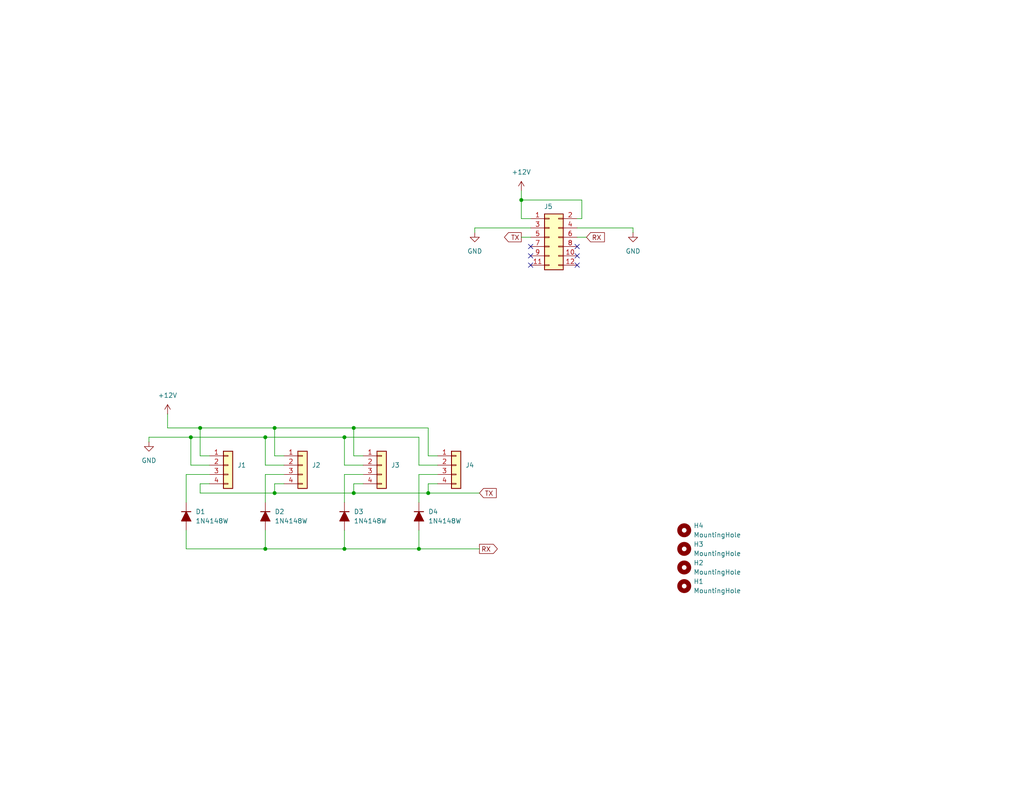
<source format=kicad_sch>
(kicad_sch (version 20250114) (generator "eeschema") (generator_version "9.0")
  (paper "A")
  (title_block (title "Serial Model Railroad Control") (date "2025-03-24") (rev "n/c") (company "DMFE") (comment 1 "Packet Serial Interface"))
  (lib_symbols
    (symbol "Connector_Generic:Conn_01x04" (pin_names (offset 1.016) (hide yes))
      (property "Reference" "J" (at 0 5.08 0))
      (property "Value" "Conn_01x04" (at 0 -7.62 0))
      (symbol "Conn_01x04_1_1"
        (rectangle (start -1.27 3.81) (end 1.27 -6.35) (stroke (width 0.254)) (fill (type background)))
        (rectangle (start -1.27 2.667) (end 0 2.413) (stroke (width 0.1524)))
        (rectangle (start -1.27 0.127) (end 0 -0.127) (stroke (width 0.1524)))
        (rectangle (start -1.27 -2.413) (end 0 -2.667) (stroke (width 0.1524)))
        (rectangle (start -1.27 -4.953) (end 0 -5.207) (stroke (width 0.1524)))
        (pin passive line (at -5.08 2.54 0) (length 3.81) (name "Pin_1") (number "1"))
        (pin passive line (at -5.08 0 0) (length 3.81) (name "Pin_2") (number "2"))
        (pin passive line (at -5.08 -2.54 0) (length 3.81) (name "Pin_3") (number "3"))
        (pin passive line (at -5.08 -5.08 0) (length 3.81) (name "Pin_4") (number "4"))
      )
    )
    (symbol "Connector_Generic:Conn_02x06_Odd_Even" (pin_names (offset 1.016) (hide yes))
      (property "Reference" "J" (at 1.27 7.62 0))
      (property "Value" "Conn_02x06_Odd_Even" (at 1.27 -10.16 0))
      (symbol "Conn_02x06_Odd_Even_1_1"
        (rectangle (start -1.27 6.35) (end 3.81 -8.89) (stroke (width 0.254)) (fill (type background)))
        (rectangle (start -1.27 5.207) (end 0 4.953) (stroke (width 0.1524)))
        (rectangle (start -1.27 2.667) (end 0 2.413) (stroke (width 0.1524)))
        (rectangle (start -1.27 0.127) (end 0 -0.127) (stroke (width 0.1524)))
        (rectangle (start -1.27 -2.413) (end 0 -2.667) (stroke (width 0.1524)))
        (rectangle (start -1.27 -4.953) (end 0 -5.207) (stroke (width 0.1524)))
        (rectangle (start -1.27 -7.493) (end 0 -7.747) (stroke (width 0.1524)))
        (rectangle (start 3.81 5.207) (end 2.54 4.953) (stroke (width 0.1524)))
        (rectangle (start 3.81 2.667) (end 2.54 2.413) (stroke (width 0.1524)))
        (rectangle (start 3.81 0.127) (end 2.54 -0.127) (stroke (width 0.1524)))
        (rectangle (start 3.81 -2.413) (end 2.54 -2.667) (stroke (width 0.1524)))
        (rectangle (start 3.81 -4.953) (end 2.54 -5.207) (stroke (width 0.1524)))
        (rectangle (start 3.81 -7.493) (end 2.54 -7.747) (stroke (width 0.1524)))
        (pin passive line (at -5.08 5.08 0) (length 3.81) (name "Pin_1") (number "1"))
        (pin passive line (at -5.08 2.54 0) (length 3.81) (name "Pin_3") (number "3"))
        (pin passive line (at -5.08 0 0) (length 3.81) (name "Pin_5") (number "5"))
        (pin passive line (at -5.08 -2.54 0) (length 3.81) (name "Pin_7") (number "7"))
        (pin passive line (at -5.08 -5.08 0) (length 3.81) (name "Pin_9") (number "9"))
        (pin passive line (at -5.08 -7.62 0) (length 3.81) (name "Pin_11") (number "11"))
        (pin passive line (at 7.62 5.08 180) (length 3.81) (name "Pin_2") (number "2"))
        (pin passive line (at 7.62 2.54 180) (length 3.81) (name "Pin_4") (number "4"))
        (pin passive line (at 7.62 0 180) (length 3.81) (name "Pin_6") (number "6"))
        (pin passive line (at 7.62 -2.54 180) (length 3.81) (name "Pin_8") (number "8"))
        (pin passive line (at 7.62 -5.08 180) (length 3.81) (name "Pin_10") (number "10"))
        (pin passive line (at 7.62 -7.62 180) (length 3.81) (name "Pin_12") (number "12"))
      )
    )
    (symbol "Device:D_Filled" (pin_numbers (hide yes)) (pin_names (offset 1.016) (hide yes))
      (property "Reference" "D" (at 0 2.54 0))
      (property "Value" "D_Filled" (at 0 -2.54 0))
      (symbol "D_Filled_0_1"
        (polyline (pts (xy -1.27 1.27) (xy -1.27 -1.27)) (stroke (width 0.254)))
        (polyline (pts (xy 1.27 1.27) (xy 1.27 -1.27) (xy -1.27 0) (xy 1.27 1.27)) (stroke (width 0.254)) (fill (type outline)))
        (polyline (pts (xy 1.27 0) (xy -1.27 0)))
      )
      (symbol "D_Filled_1_1"
        (pin passive line (at -3.81 0 0) (length 2.54) (name "K") (number "1"))
        (pin passive line (at 3.81 0 180) (length 2.54) (name "A") (number "2"))
      )
    )
    (symbol "Mechanical:MountingHole" (pin_names (offset 1.016)) (exclude_from_sim yes) (in_bom no)
      (property "Reference" "H" (at 0 5.08 0))
      (property "Value" "MountingHole" (at 0 3.175 0))
      (symbol "MountingHole_0_1"
        (circle (center 0 0) (radius 1.27) (stroke (width 1.27)))
      )
    )
    (symbol "power:+12V" (power) (pin_numbers (hide yes)) (pin_names (offset 0) (hide yes))
      (property "Value" "+12V" (at 0 3.556 0))
      (symbol "+12V_0_1"
        (polyline (pts (xy -0.762 1.27) (xy 0 2.54)))
        (polyline (pts (xy 0 2.54) (xy 0.762 1.27)))
        (polyline (pts (xy 0 0) (xy 0 2.54)))
      )
      (symbol "+12V_1_1"
        (pin power_in line (at 0 0 90) (length 0) (name "~") (number "1"))
      )
    )
    (symbol "power:GND" (power) (pin_numbers (hide yes)) (pin_names (offset 0) (hide yes))
      (property "Value" "GND" (at 0 -3.81 0))
      (symbol "GND_0_1"
        (polyline (pts (xy 0 0) (xy 0 -1.27) (xy 1.27 -1.27) (xy 0 -2.54) (xy -1.27 -1.27) (xy 0 -1.27)))
      )
      (symbol "GND_1_1"
        (pin power_in line (at 0 0 270) (length 0) (name "~") (number "1"))
      )
    )
  )
  (junction (at 142.24 54.61))
  (junction (at 52.07 119.38))
  (junction (at 74.93 116.84))
  (junction (at 54.61 116.84))
  (junction (at 93.98 149.86))
  (junction (at 96.52 116.84))
  (junction (at 116.84 134.62))
  (junction (at 93.98 119.38))
  (junction (at 72.39 149.86))
  (junction (at 72.39 119.38))
  (junction (at 114.3 149.86))
  (junction (at 96.52 134.62))
  (junction (at 74.93 134.62))
  (no_connect (at 157.48 69.85))
  (no_connect (at 144.78 72.39))
  (no_connect (at 144.78 69.85))
  (no_connect (at 144.78 67.31))
  (no_connect (at 157.48 72.39))
  (no_connect (at 157.48 67.31))
  (wire (pts (xy 93.98 119.38) (xy 114.3 119.38)))
  (wire (pts (xy 158.75 54.61) (xy 142.24 54.61)))
  (wire (pts (xy 40.64 120.65) (xy 40.64 119.38)))
  (wire (pts (xy 57.15 124.46) (xy 54.61 124.46)))
  (wire (pts (xy 96.52 116.84) (xy 116.84 116.84)))
  (wire (pts (xy 99.06 127) (xy 93.98 127)))
  (wire (pts (xy 93.98 144.78) (xy 93.98 149.86)))
  (wire (pts (xy 74.93 116.84) (xy 96.52 116.84)))
  (wire (pts (xy 157.48 64.77) (xy 160.02 64.77)))
  (wire (pts (xy 114.3 127) (xy 119.38 127)))
  (wire (pts (xy 74.93 134.62) (xy 96.52 134.62)))
  (wire (pts (xy 96.52 134.62) (xy 116.84 134.62)))
  (wire (pts (xy 72.39 149.86) (xy 50.8 149.86)))
  (wire (pts (xy 57.15 127) (xy 52.07 127)))
  (wire (pts (xy 119.38 129.54) (xy 114.3 129.54)))
  (wire (pts (xy 72.39 144.78) (xy 72.39 149.86)))
  (wire (pts (xy 172.72 63.5) (xy 172.72 62.23)))
  (wire (pts (xy 142.24 54.61) (xy 142.24 59.69)))
  (wire (pts (xy 129.54 63.5) (xy 129.54 62.23)))
  (wire (pts (xy 129.54 62.23) (xy 144.78 62.23)))
  (wire (pts (xy 72.39 127) (xy 72.39 119.38)))
  (wire (pts (xy 142.24 52.07) (xy 142.24 54.61)))
  (wire (pts (xy 52.07 127) (xy 52.07 119.38)))
  (wire (pts (xy 77.47 129.54) (xy 72.39 129.54)))
  (wire (pts (xy 54.61 124.46) (xy 54.61 116.84)))
  (wire (pts (xy 77.47 124.46) (xy 74.93 124.46)))
  (wire (pts (xy 40.64 119.38) (xy 52.07 119.38)))
  (wire (pts (xy 130.81 149.86) (xy 114.3 149.86)))
  (wire (pts (xy 99.06 124.46) (xy 96.52 124.46)))
  (wire (pts (xy 74.93 124.46) (xy 74.93 116.84)))
  (wire (pts (xy 99.06 132.08) (xy 96.52 132.08)))
  (wire (pts (xy 45.72 116.84) (xy 54.61 116.84)))
  (wire (pts (xy 77.47 132.08) (xy 74.93 132.08)))
  (wire (pts (xy 116.84 132.08) (xy 116.84 134.62)))
  (wire (pts (xy 77.47 127) (xy 72.39 127)))
  (wire (pts (xy 50.8 129.54) (xy 50.8 137.16)))
  (wire (pts (xy 57.15 129.54) (xy 50.8 129.54)))
  (wire (pts (xy 93.98 149.86) (xy 72.39 149.86)))
  (wire (pts (xy 54.61 134.62) (xy 74.93 134.62)))
  (wire (pts (xy 93.98 127) (xy 93.98 119.38)))
  (wire (pts (xy 116.84 134.62) (xy 130.81 134.62)))
  (wire (pts (xy 142.24 59.69) (xy 144.78 59.69)))
  (wire (pts (xy 114.3 119.38) (xy 114.3 127)))
  (wire (pts (xy 72.39 129.54) (xy 72.39 137.16)))
  (wire (pts (xy 114.3 129.54) (xy 114.3 137.16)))
  (wire (pts (xy 96.52 124.46) (xy 96.52 116.84)))
  (wire (pts (xy 119.38 132.08) (xy 116.84 132.08)))
  (wire (pts (xy 45.72 113.03) (xy 45.72 116.84)))
  (wire (pts (xy 93.98 129.54) (xy 93.98 137.16)))
  (wire (pts (xy 172.72 62.23) (xy 157.48 62.23)))
  (wire (pts (xy 72.39 119.38) (xy 93.98 119.38)))
  (wire (pts (xy 116.84 116.84) (xy 116.84 124.46)))
  (wire (pts (xy 50.8 149.86) (xy 50.8 144.78)))
  (wire (pts (xy 114.3 144.78) (xy 114.3 149.86)))
  (wire (pts (xy 114.3 149.86) (xy 93.98 149.86)))
  (wire (pts (xy 54.61 132.08) (xy 57.15 132.08)))
  (wire (pts (xy 157.48 59.69) (xy 158.75 59.69)))
  (wire (pts (xy 96.52 132.08) (xy 96.52 134.62)))
  (wire (pts (xy 99.06 129.54) (xy 93.98 129.54)))
  (wire (pts (xy 116.84 124.46) (xy 119.38 124.46)))
  (wire (pts (xy 52.07 119.38) (xy 72.39 119.38)))
  (wire (pts (xy 74.93 132.08) (xy 74.93 134.62)))
  (wire (pts (xy 54.61 116.84) (xy 74.93 116.84)))
  (wire (pts (xy 142.24 64.77) (xy 144.78 64.77)))
  (wire (pts (xy 54.61 134.62) (xy 54.61 132.08)))
  (wire (pts (xy 158.75 59.69) (xy 158.75 54.61)))
  (global_label "RX" (shape input) (at 160.02 64.77 0) (property "Intersheetrefs" "${INTERSHEET_REFS}" (effects (hide yes))))
  (global_label "TX" (shape input) (at 130.81 134.62 0) (property "Intersheetrefs" "${INTERSHEET_REFS}" (effects (hide yes))))
  (global_label "RX" (shape output) (at 130.81 149.86 0) (property "Intersheetrefs" "${INTERSHEET_REFS}" (effects (hide yes))))
  (global_label "TX" (shape output) (at 142.24 64.77 180) (property "Intersheetrefs" "${INTERSHEET_REFS}" (effects (hide yes))))
  (symbol (lib_id "Connector_Generic:Conn_01x04") (at 82.55 127 0) (unit 1)
    (property "Reference" "J2" (at 85.09 126.9999 0) (effects (justify left)))
    (property "Value" "Conn_01x04" (effects (hide yes)))
    (property "Footprint" "Connector_PinHeader_2.54mm:PinHeader_1x04_P2.54mm_Horizontal" (effects (hide yes)))
    (property "Description" "Generic connector, single row, 01x04, script generated (kicad-library-utils/schlib/autogen/connector/)" (effects (hide yes)))
  )
  (symbol (lib_id "power:GND") (at 40.64 120.65 0) (unit 1)
    (property "Reference" "#PWR02" (effects (hide yes)))
    (property "Value" "GND" (at 40.64 125.73 0))
    (property "Description" "Power symbol creates a global label with name \"GND\" , ground" (effects (hide yes)))
  )
  (symbol (lib_id "Connector_Generic:Conn_01x04") (at 62.23 127 0) (unit 1)
    (property "Reference" "J1" (at 64.77 126.9999 0) (effects (justify left)))
    (property "Value" "Conn_01x04" (effects (hide yes)))
    (property "Footprint" "Connector_PinHeader_2.54mm:PinHeader_1x04_P2.54mm_Horizontal" (effects (hide yes)))
    (property "Description" "Generic connector, single row, 01x04, script generated (kicad-library-utils/schlib/autogen/connector/)" (effects (hide yes)))
  )
  (symbol (lib_id "Connector_Generic:Conn_01x04") (at 124.46 127 0) (unit 1)
    (property "Reference" "J4" (at 127 126.9999 0) (effects (justify left)))
    (property "Value" "Conn_01x04" (effects (hide yes)))
    (property "Footprint" "Connector_PinHeader_2.54mm:PinHeader_1x04_P2.54mm_Horizontal" (effects (hide yes)))
    (property "Description" "Generic connector, single row, 01x04, script generated (kicad-library-utils/schlib/autogen/connector/)" (effects (hide yes)))
  )
  (symbol (lib_id "Mechanical:MountingHole") (at 186.69 149.86 0) (unit 1) (exclude_from_sim yes) (in_bom no)
    (property "Reference" "H3" (at 189.23 148.5899 0) (effects (justify left)))
    (property "Value" "MountingHole" (at 189.23 151.1299 0) (effects (justify left)))
    (property "Footprint" "MountingHole:MountingHole_3.2mm_M3" (effects (hide yes)))
    (property "Description" "Mounting Hole without connection" (effects (hide yes)))
  )
  (symbol (lib_id "Device:D_Filled") (at 93.98 140.97 270) (unit 1)
    (property "Reference" "D3" (at 96.52 139.6999 90) (effects (justify left)))
    (property "Value" "1N4148W" (at 96.52 142.2399 90) (effects (justify left)))
    (property "Footprint" "Diode_SMD:D_SOD-123" (effects (hide yes)))
    (property "Description" "Diode, filled shape" (effects (hide yes)))
    (property "Sim.Device" "D" (effects (hide yes)))
    (property "Sim.Pins" "1=K 2=A" (effects (hide yes)))
  )
  (symbol (lib_id "power:+12V") (at 45.72 113.03 0) (unit 1)
    (property "Reference" "#PWR01" (effects (hide yes)))
    (property "Value" "+12V" (at 45.72 107.95 0))
    (property "Description" "Power symbol creates a global label with name \"+12V\"" (effects (hide yes)))
  )
  (symbol (lib_id "Connector_Generic:Conn_01x04") (at 104.14 127 0) (unit 1)
    (property "Reference" "J3" (at 106.68 126.9999 0) (effects (justify left)))
    (property "Value" "Conn_01x04" (effects (hide yes)))
    (property "Footprint" "Connector_PinHeader_2.54mm:PinHeader_1x04_P2.54mm_Horizontal" (effects (hide yes)))
    (property "Description" "Generic connector, single row, 01x04, script generated (kicad-library-utils/schlib/autogen/connector/)" (effects (hide yes)))
  )
  (symbol (lib_id "power:GND") (at 129.54 63.5 0) (unit 1)
    (property "Reference" "#PWR04" (effects (hide yes)))
    (property "Value" "GND" (at 129.54 68.58 0))
    (property "Description" "Power symbol creates a global label with name \"GND\" , ground" (effects (hide yes)))
  )
  (symbol (lib_id "power:GND") (at 172.72 63.5 0) (unit 1)
    (property "Reference" "#PWR05" (effects (hide yes)))
    (property "Value" "GND" (at 172.72 68.58 0))
    (property "Description" "Power symbol creates a global label with name \"GND\" , ground" (effects (hide yes)))
  )
  (symbol (lib_id "Mechanical:MountingHole") (at 186.69 144.78 0) (unit 1) (exclude_from_sim yes) (in_bom no)
    (property "Reference" "H4" (at 189.23 143.5099 0) (effects (justify left)))
    (property "Value" "MountingHole" (at 189.23 146.0499 0) (effects (justify left)))
    (property "Footprint" "MountingHole:MountingHole_3.2mm_M3" (effects (hide yes)))
    (property "Description" "Mounting Hole without connection" (effects (hide yes)))
  )
  (symbol (lib_id "Device:D_Filled") (at 72.39 140.97 270) (unit 1)
    (property "Reference" "D2" (at 74.93 139.6999 90) (effects (justify left)))
    (property "Value" "1N4148W" (at 74.93 142.2399 90) (effects (justify left)))
    (property "Footprint" "Diode_SMD:D_SOD-123" (effects (hide yes)))
    (property "Description" "Diode, filled shape" (effects (hide yes)))
    (property "Sim.Device" "D" (effects (hide yes)))
    (property "Sim.Pins" "1=K 2=A" (effects (hide yes)))
  )
  (symbol (lib_id "Device:D_Filled") (at 114.3 140.97 270) (unit 1)
    (property "Reference" "D4" (at 116.84 139.6999 90) (effects (justify left)))
    (property "Value" "1N4148W" (at 116.84 142.2399 90) (effects (justify left)))
    (property "Footprint" "Diode_SMD:D_SOD-123" (effects (hide yes)))
    (property "Description" "Diode, filled shape" (effects (hide yes)))
    (property "Sim.Device" "D" (effects (hide yes)))
    (property "Sim.Pins" "1=K 2=A" (effects (hide yes)))
  )
  (symbol (lib_id "Mechanical:MountingHole") (at 186.69 154.94 0) (unit 1) (exclude_from_sim yes) (in_bom no)
    (property "Reference" "H2" (at 189.23 153.6699 0) (effects (justify left)))
    (property "Value" "MountingHole" (at 189.23 156.2099 0) (effects (justify left)))
    (property "Footprint" "MountingHole:MountingHole_3.2mm_M3" (effects (hide yes)))
    (property "Description" "Mounting Hole without connection" (effects (hide yes)))
  )
  (symbol (lib_id "power:+12V") (at 142.24 52.07 0) (unit 1)
    (property "Reference" "#PWR03" (effects (hide yes)))
    (property "Value" "+12V" (at 142.24 46.99 0))
    (property "Description" "Power symbol creates a global label with name \"+12V\"" (effects (hide yes)))
  )
  (symbol (lib_id "Device:D_Filled") (at 50.8 140.97 270) (unit 1)
    (property "Reference" "D1" (at 53.34 139.6999 90) (effects (justify left)))
    (property "Value" "1N4148W" (at 53.34 142.2399 90) (effects (justify left)))
    (property "Footprint" "Diode_SMD:D_SOD-123" (effects (hide yes)))
    (property "Description" "Diode, filled shape" (effects (hide yes)))
    (property "Sim.Device" "D" (effects (hide yes)))
    (property "Sim.Pins" "1=K 2=A" (effects (hide yes)))
  )
  (symbol (lib_id "Mechanical:MountingHole") (at 186.69 160.02 0) (unit 1) (exclude_from_sim yes) (in_bom no)
    (property "Reference" "H1" (at 189.23 158.7499 0) (effects (justify left)))
    (property "Value" "MountingHole" (at 189.23 161.2899 0) (effects (justify left)))
    (property "Footprint" "MountingHole:MountingHole_3.2mm_M3" (effects (hide yes)))
    (property "Description" "Mounting Hole without connection" (effects (hide yes)))
  )
  (symbol (lib_id "Connector_Generic:Conn_02x06_Odd_Even") (at 149.86 64.77 0) (unit 1)
    (property "Reference" "J5" (at 149.606 56.388 0))
    (property "Value" "Conn_02x06_Odd_Even" (effects (hide yes)))
    (property "Footprint" "Connector_PinHeader_2.54mm:PinHeader_2x06_P2.54mm_Vertical" (effects (hide yes)))
    (property "Description" "Generic connector, double row, 02x06, odd/even pin numbering scheme (row 1 odd numbers, row 2 even numbers), script generated (kicad-library-utils/schlib/autogen/connector/)" (effects (hide yes)))
  )
)
</source>
